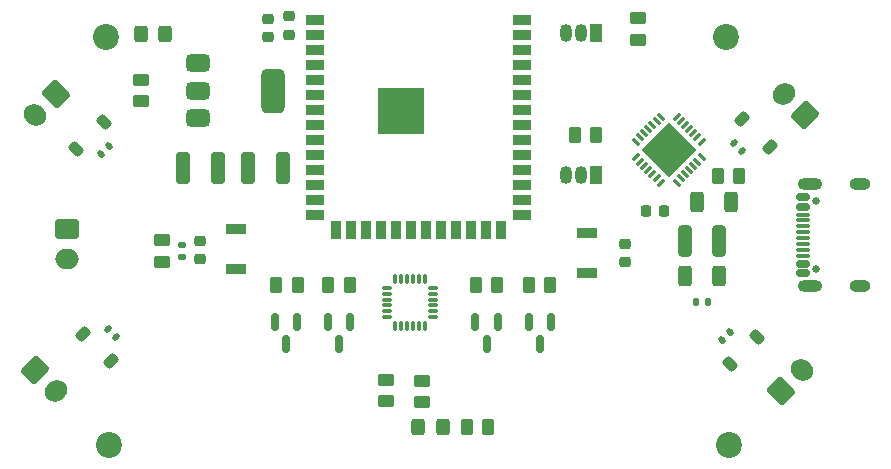
<source format=gbr>
%TF.GenerationSoftware,KiCad,Pcbnew,8.0.1*%
%TF.CreationDate,2024-07-15T00:54:35+06:00*%
%TF.ProjectId,saucey,73617563-6579-42e6-9b69-6361645f7063,1.0*%
%TF.SameCoordinates,Original*%
%TF.FileFunction,Soldermask,Top*%
%TF.FilePolarity,Negative*%
%FSLAX46Y46*%
G04 Gerber Fmt 4.6, Leading zero omitted, Abs format (unit mm)*
G04 Created by KiCad (PCBNEW 8.0.1) date 2024-07-15 00:54:35*
%MOMM*%
%LPD*%
G01*
G04 APERTURE LIST*
G04 Aperture macros list*
%AMRoundRect*
0 Rectangle with rounded corners*
0 $1 Rounding radius*
0 $2 $3 $4 $5 $6 $7 $8 $9 X,Y pos of 4 corners*
0 Add a 4 corners polygon primitive as box body*
4,1,4,$2,$3,$4,$5,$6,$7,$8,$9,$2,$3,0*
0 Add four circle primitives for the rounded corners*
1,1,$1+$1,$2,$3*
1,1,$1+$1,$4,$5*
1,1,$1+$1,$6,$7*
1,1,$1+$1,$8,$9*
0 Add four rect primitives between the rounded corners*
20,1,$1+$1,$2,$3,$4,$5,0*
20,1,$1+$1,$4,$5,$6,$7,0*
20,1,$1+$1,$6,$7,$8,$9,0*
20,1,$1+$1,$8,$9,$2,$3,0*%
%AMHorizOval*
0 Thick line with rounded ends*
0 $1 width*
0 $2 $3 position (X,Y) of the first rounded end (center of the circle)*
0 $4 $5 position (X,Y) of the second rounded end (center of the circle)*
0 Add line between two ends*
20,1,$1,$2,$3,$4,$5,0*
0 Add two circle primitives to create the rounded ends*
1,1,$1,$2,$3*
1,1,$1,$4,$5*%
%AMRotRect*
0 Rectangle, with rotation*
0 The origin of the aperture is its center*
0 $1 length*
0 $2 width*
0 $3 Rotation angle, in degrees counterclockwise*
0 Add horizontal line*
21,1,$1,$2,0,0,$3*%
G04 Aperture macros list end*
%ADD10RoundRect,0.225000X-0.225000X-0.250000X0.225000X-0.250000X0.225000X0.250000X-0.225000X0.250000X0*%
%ADD11RoundRect,0.225000X0.250000X-0.225000X0.250000X0.225000X-0.250000X0.225000X-0.250000X-0.225000X0*%
%ADD12R,1.700000X0.900000*%
%ADD13C,0.650000*%
%ADD14RoundRect,0.150000X0.425000X-0.150000X0.425000X0.150000X-0.425000X0.150000X-0.425000X-0.150000X0*%
%ADD15RoundRect,0.075000X0.500000X-0.075000X0.500000X0.075000X-0.500000X0.075000X-0.500000X-0.075000X0*%
%ADD16O,2.100000X1.000000*%
%ADD17O,1.800000X1.000000*%
%ADD18RoundRect,0.075000X0.075000X-0.350000X0.075000X0.350000X-0.075000X0.350000X-0.075000X-0.350000X0*%
%ADD19RoundRect,0.075000X-0.350000X-0.075000X0.350000X-0.075000X0.350000X0.075000X-0.350000X0.075000X0*%
%ADD20RoundRect,0.250000X0.106066X-0.954594X0.954594X-0.106066X-0.106066X0.954594X-0.954594X0.106066X0*%
%ADD21HorizOval,1.700000X-0.106066X0.106066X0.106066X-0.106066X0*%
%ADD22RoundRect,0.250000X-0.106066X0.954594X-0.954594X0.106066X0.106066X-0.954594X0.954594X-0.106066X0*%
%ADD23RoundRect,0.250000X0.954594X0.106066X0.106066X0.954594X-0.954594X-0.106066X-0.106066X-0.954594X0*%
%ADD24HorizOval,1.700000X0.106066X0.106066X-0.106066X-0.106066X0*%
%ADD25RoundRect,0.250000X-0.954594X-0.106066X-0.106066X-0.954594X0.954594X0.106066X0.106066X0.954594X0*%
%ADD26HorizOval,1.700000X-0.106066X-0.106066X0.106066X0.106066X0*%
%ADD27RoundRect,0.250000X-0.750000X0.600000X-0.750000X-0.600000X0.750000X-0.600000X0.750000X0.600000X0*%
%ADD28O,2.000000X1.700000*%
%ADD29RoundRect,0.250000X0.325000X1.100000X-0.325000X1.100000X-0.325000X-1.100000X0.325000X-1.100000X0*%
%ADD30RoundRect,0.150000X-0.150000X0.587500X-0.150000X-0.587500X0.150000X-0.587500X0.150000X0.587500X0*%
%ADD31C,2.200000*%
%ADD32RoundRect,0.250000X0.450000X-0.262500X0.450000X0.262500X-0.450000X0.262500X-0.450000X-0.262500X0*%
%ADD33RoundRect,0.250000X-0.262500X-0.450000X0.262500X-0.450000X0.262500X0.450000X-0.262500X0.450000X0*%
%ADD34R,1.050000X1.500000*%
%ADD35O,1.050000X1.500000*%
%ADD36R,1.500000X0.900000*%
%ADD37R,0.900000X1.500000*%
%ADD38C,0.600000*%
%ADD39R,3.900000X3.900000*%
%ADD40RoundRect,0.250000X-0.450000X0.262500X-0.450000X-0.262500X0.450000X-0.262500X0.450000X0.262500X0*%
%ADD41RoundRect,0.225000X-0.250000X0.225000X-0.250000X-0.225000X0.250000X-0.225000X0.250000X0.225000X0*%
%ADD42RoundRect,0.225000X0.106066X-0.424264X0.424264X-0.106066X-0.106066X0.424264X-0.424264X0.106066X0*%
%ADD43RoundRect,0.250000X0.325000X0.450000X-0.325000X0.450000X-0.325000X-0.450000X0.325000X-0.450000X0*%
%ADD44RoundRect,0.250000X-0.312500X-0.625000X0.312500X-0.625000X0.312500X0.625000X-0.312500X0.625000X0*%
%ADD45RoundRect,0.250000X0.312500X1.075000X-0.312500X1.075000X-0.312500X-1.075000X0.312500X-1.075000X0*%
%ADD46RoundRect,0.250000X-0.325000X-0.450000X0.325000X-0.450000X0.325000X0.450000X-0.325000X0.450000X0*%
%ADD47RoundRect,0.140000X0.021213X-0.219203X0.219203X-0.021213X-0.021213X0.219203X-0.219203X0.021213X0*%
%ADD48RoundRect,0.140000X-0.140000X-0.170000X0.140000X-0.170000X0.140000X0.170000X-0.140000X0.170000X0*%
%ADD49RoundRect,0.250000X0.312500X0.625000X-0.312500X0.625000X-0.312500X-0.625000X0.312500X-0.625000X0*%
%ADD50RoundRect,0.140000X-0.170000X0.140000X-0.170000X-0.140000X0.170000X-0.140000X0.170000X0.140000X0*%
%ADD51RoundRect,0.250000X-0.325000X-1.100000X0.325000X-1.100000X0.325000X1.100000X-0.325000X1.100000X0*%
%ADD52RoundRect,0.140000X0.219203X0.021213X0.021213X0.219203X-0.219203X-0.021213X-0.021213X-0.219203X0*%
%ADD53RoundRect,0.225000X0.424264X0.106066X0.106066X0.424264X-0.424264X-0.106066X-0.106066X-0.424264X0*%
%ADD54RoundRect,0.062500X-0.194454X-0.282843X0.282843X0.194454X0.194454X0.282843X-0.282843X-0.194454X0*%
%ADD55RoundRect,0.062500X0.194454X-0.282843X0.282843X-0.194454X-0.194454X0.282843X-0.282843X0.194454X0*%
%ADD56RotRect,3.350000X3.350000X45.000000*%
%ADD57RoundRect,0.375000X-0.625000X-0.375000X0.625000X-0.375000X0.625000X0.375000X-0.625000X0.375000X0*%
%ADD58RoundRect,0.500000X-0.500000X-1.400000X0.500000X-1.400000X0.500000X1.400000X-0.500000X1.400000X0*%
%ADD59RoundRect,0.250000X0.262500X0.450000X-0.262500X0.450000X-0.262500X-0.450000X0.262500X-0.450000X0*%
G04 APERTURE END LIST*
D10*
%TO.C,C7*%
X161975000Y-68706928D03*
X163525000Y-68706928D03*
%TD*%
D11*
%TO.C,C1*%
X130000000Y-54005000D03*
X130000000Y-52455000D03*
%TD*%
D12*
%TO.C,SW2*%
X157000000Y-73950000D03*
X157000000Y-70550000D03*
%TD*%
%TO.C,SW1*%
X127250000Y-70250001D03*
X127250000Y-73650001D03*
%TD*%
D13*
%TO.C,P1*%
X176395000Y-73640000D03*
X176395000Y-67860000D03*
D14*
X175320000Y-73950000D03*
X175320000Y-73150000D03*
D15*
X175320000Y-72000000D03*
X175320000Y-71000000D03*
X175320000Y-70500000D03*
X175320000Y-69500000D03*
D14*
X175320000Y-68350000D03*
X175320000Y-67550000D03*
X175320000Y-67550000D03*
X175320000Y-68350000D03*
D15*
X175320000Y-69000000D03*
X175320000Y-70000000D03*
X175320000Y-71500000D03*
X175320000Y-72500000D03*
D14*
X175320000Y-73150000D03*
X175320000Y-73950000D03*
D16*
X175895000Y-75070000D03*
D17*
X180075000Y-75070000D03*
D16*
X175895000Y-66430000D03*
D17*
X180075000Y-66430000D03*
%TD*%
D18*
%TO.C,U4*%
X140750000Y-74500000D03*
X141250000Y-74500000D03*
X141750000Y-74500000D03*
X142250000Y-74500000D03*
X142750000Y-74500000D03*
X143250000Y-74500000D03*
D19*
X143950000Y-75200000D03*
X143950000Y-75700000D03*
X143950000Y-76200000D03*
X143950000Y-76700000D03*
X143950000Y-77200000D03*
X143950000Y-77700000D03*
D18*
X143250000Y-78400000D03*
X142750000Y-78400000D03*
X142250000Y-78400000D03*
X141750000Y-78400000D03*
X141250000Y-78400000D03*
X140750000Y-78400000D03*
D19*
X140050000Y-77700000D03*
X140050000Y-77200000D03*
X140050000Y-76700000D03*
X140050000Y-76200000D03*
X140050000Y-75700000D03*
X140050000Y-75200000D03*
%TD*%
D20*
%TO.C,M5*%
X173426598Y-83944365D03*
D21*
X175194365Y-82176598D03*
%TD*%
D22*
%TO.C,M4*%
X112073402Y-58805635D03*
D21*
X110305635Y-60573402D03*
%TD*%
D23*
%TO.C,M3*%
X175444365Y-60573402D03*
D24*
X173676598Y-58805635D03*
%TD*%
D25*
%TO.C,M2*%
X110305635Y-82176598D03*
D26*
X112073402Y-83944365D03*
%TD*%
D27*
%TO.C,J1*%
X112950000Y-70250000D03*
D28*
X112950000Y-72750000D03*
%TD*%
D29*
%TO.C,C4*%
X131225001Y-65025000D03*
X128274999Y-65025000D03*
%TD*%
D30*
%TO.C,Q7*%
X149450000Y-78124999D03*
X147550000Y-78124999D03*
X148500000Y-80000000D03*
%TD*%
D31*
%TO.C,REF\u002A\u002A*%
X169000000Y-88500000D03*
%TD*%
D32*
%TO.C,R8*%
X143000000Y-83087500D03*
X143000000Y-84912500D03*
%TD*%
D30*
%TO.C,Q4*%
X136950000Y-78124999D03*
X135050000Y-78124999D03*
X136000000Y-80000000D03*
%TD*%
D33*
%TO.C,R7*%
X146837500Y-87000000D03*
X148662500Y-87000000D03*
%TD*%
D34*
%TO.C,Q2*%
X157770001Y-65640001D03*
D35*
X156500000Y-65640001D03*
X155230001Y-65640001D03*
%TD*%
D36*
%TO.C,U1*%
X134000000Y-52540000D03*
X134000000Y-53810000D03*
X134000000Y-55080000D03*
X134000000Y-56350000D03*
X134000000Y-57620000D03*
X134000000Y-58890000D03*
X134000000Y-60160000D03*
X134000000Y-61430000D03*
X134000000Y-62700000D03*
X134000000Y-63970000D03*
X134000000Y-65240000D03*
X134000000Y-66510000D03*
X134000000Y-67780000D03*
X134000000Y-69050000D03*
D37*
X135765000Y-70300000D03*
X137035000Y-70300000D03*
X138305000Y-70300000D03*
X139575000Y-70300000D03*
X140845000Y-70300000D03*
X142115000Y-70300000D03*
X143385000Y-70300000D03*
X144655000Y-70300000D03*
X145925000Y-70300000D03*
X147195000Y-70300000D03*
X148465000Y-70300000D03*
X149735000Y-70300000D03*
D36*
X151500000Y-69050000D03*
X151500000Y-67780000D03*
X151500000Y-66510000D03*
X151500000Y-65240000D03*
X151500000Y-63970000D03*
X151500000Y-62700000D03*
X151500000Y-61430000D03*
X151500000Y-60160000D03*
X151500000Y-58890000D03*
X151500000Y-57620000D03*
X151500000Y-56350000D03*
X151500000Y-55080000D03*
X151500000Y-53810000D03*
X151500000Y-52540000D03*
D38*
X139850000Y-59560000D03*
X139850000Y-60960000D03*
X140550000Y-58860000D03*
X140550000Y-60260000D03*
X140550000Y-61660000D03*
X141250000Y-59560000D03*
D39*
X141250000Y-60260000D03*
D38*
X141250000Y-60960000D03*
X141950000Y-58860000D03*
X141950000Y-60260000D03*
X141950000Y-61660000D03*
X142650000Y-59560000D03*
X142650000Y-60960000D03*
%TD*%
D40*
%TO.C,R10*%
X161359999Y-52357500D03*
X161359999Y-54182500D03*
%TD*%
D33*
%TO.C,R14*%
X130675000Y-75000000D03*
X132500000Y-75000000D03*
%TD*%
D30*
%TO.C,Q5*%
X153950000Y-78124999D03*
X152050000Y-78124999D03*
X153000000Y-80000000D03*
%TD*%
D41*
%TO.C,C9*%
X160250000Y-71475000D03*
X160250000Y-73025000D03*
%TD*%
D11*
%TO.C,C8*%
X124250000Y-72775000D03*
X124250000Y-71225000D03*
%TD*%
D42*
%TO.C,D4*%
X113767767Y-63462132D03*
X116101219Y-61128680D03*
%TD*%
D32*
%TO.C,R1*%
X140000000Y-83000000D03*
X140000000Y-84825000D03*
%TD*%
D43*
%TO.C,D6*%
X121274999Y-53750000D03*
X119225001Y-53750000D03*
%TD*%
D42*
%TO.C,D5*%
X169083274Y-81666726D03*
X171416726Y-79333274D03*
%TD*%
D44*
%TO.C,R4*%
X165281830Y-74181928D03*
X168206830Y-74181928D03*
%TD*%
D45*
%TO.C,R3*%
X168206830Y-71206928D03*
X165281830Y-71206928D03*
%TD*%
D46*
%TO.C,D1*%
X142725001Y-87000000D03*
X144774999Y-87000000D03*
%TD*%
D40*
%TO.C,R11*%
X119250000Y-57587500D03*
X119250000Y-59412500D03*
%TD*%
D33*
%TO.C,R15*%
X147587500Y-75000000D03*
X149412500Y-75000000D03*
%TD*%
D40*
%TO.C,R2*%
X121000000Y-71162499D03*
X121000000Y-72987499D03*
%TD*%
D47*
%TO.C,C14*%
X168410589Y-79589411D03*
X169089411Y-78910589D03*
%TD*%
D48*
%TO.C,C6*%
X166264330Y-76431928D03*
X167224330Y-76431928D03*
%TD*%
D33*
%TO.C,R12*%
X135087500Y-75000000D03*
X136912500Y-75000000D03*
%TD*%
%TO.C,R13*%
X152087500Y-75000000D03*
X153912500Y-75000000D03*
%TD*%
D31*
%TO.C,REF\u002A\u002A*%
X116500000Y-88500000D03*
%TD*%
D49*
%TO.C,R5*%
X169206830Y-67956928D03*
X166281830Y-67956928D03*
%TD*%
D50*
%TO.C,C5*%
X122750000Y-71594999D03*
X122750000Y-72554999D03*
%TD*%
D51*
%TO.C,C3*%
X122774999Y-65025000D03*
X125725001Y-65025000D03*
%TD*%
D52*
%TO.C,C12*%
X170089411Y-63589411D03*
X169410589Y-62910589D03*
%TD*%
D31*
%TO.C,REF\u002A\u002A*%
X116250000Y-54000000D03*
%TD*%
D53*
%TO.C,D3*%
X172454594Y-63277639D03*
X170121142Y-60944187D03*
%TD*%
D47*
%TO.C,C13*%
X115845082Y-63884817D03*
X116523904Y-63205995D03*
%TD*%
D53*
%TO.C,D2*%
X116666726Y-81416726D03*
X114333274Y-79083274D03*
%TD*%
D54*
%TO.C,U3*%
X161123009Y-64171751D03*
X161476563Y-64525305D03*
X161830116Y-64878858D03*
X162183669Y-65232412D03*
X162537223Y-65585965D03*
X162890776Y-65939518D03*
X163244330Y-66293072D03*
D55*
X164587832Y-66293072D03*
X164941386Y-65939518D03*
X165294939Y-65585965D03*
X165648493Y-65232412D03*
X166002046Y-64878858D03*
X166355599Y-64525305D03*
X166709153Y-64171751D03*
D54*
X166709153Y-62828249D03*
X166355599Y-62474695D03*
X166002046Y-62121142D03*
X165648493Y-61767588D03*
X165294939Y-61414035D03*
X164941386Y-61060482D03*
X164587832Y-60706928D03*
D55*
X163244330Y-60706928D03*
X162890776Y-61060482D03*
X162537223Y-61414035D03*
X162183669Y-61767588D03*
X161830116Y-62121142D03*
X161476563Y-62474695D03*
X161123009Y-62828249D03*
D56*
X163916081Y-63500000D03*
%TD*%
D34*
%TO.C,Q1*%
X157770001Y-53640001D03*
D35*
X156500000Y-53640001D03*
X155230001Y-53640001D03*
%TD*%
D52*
%TO.C,C11*%
X117117050Y-79339411D03*
X116438228Y-78660589D03*
%TD*%
D11*
%TO.C,C2*%
X131750000Y-53775000D03*
X131750000Y-52225000D03*
%TD*%
D30*
%TO.C,Q6*%
X132450000Y-78124999D03*
X130550000Y-78124999D03*
X131500000Y-80000000D03*
%TD*%
D31*
%TO.C,REF\u002A\u002A*%
X168750000Y-54000000D03*
%TD*%
D57*
%TO.C,U2*%
X124100000Y-56200000D03*
X124100000Y-58500000D03*
D58*
X130400000Y-58500000D03*
D57*
X124100000Y-60800000D03*
%TD*%
D59*
%TO.C,R9*%
X157772499Y-62270000D03*
X155947499Y-62270000D03*
%TD*%
D33*
%TO.C,R6*%
X168081830Y-65706928D03*
X169906830Y-65706928D03*
%TD*%
M02*

</source>
